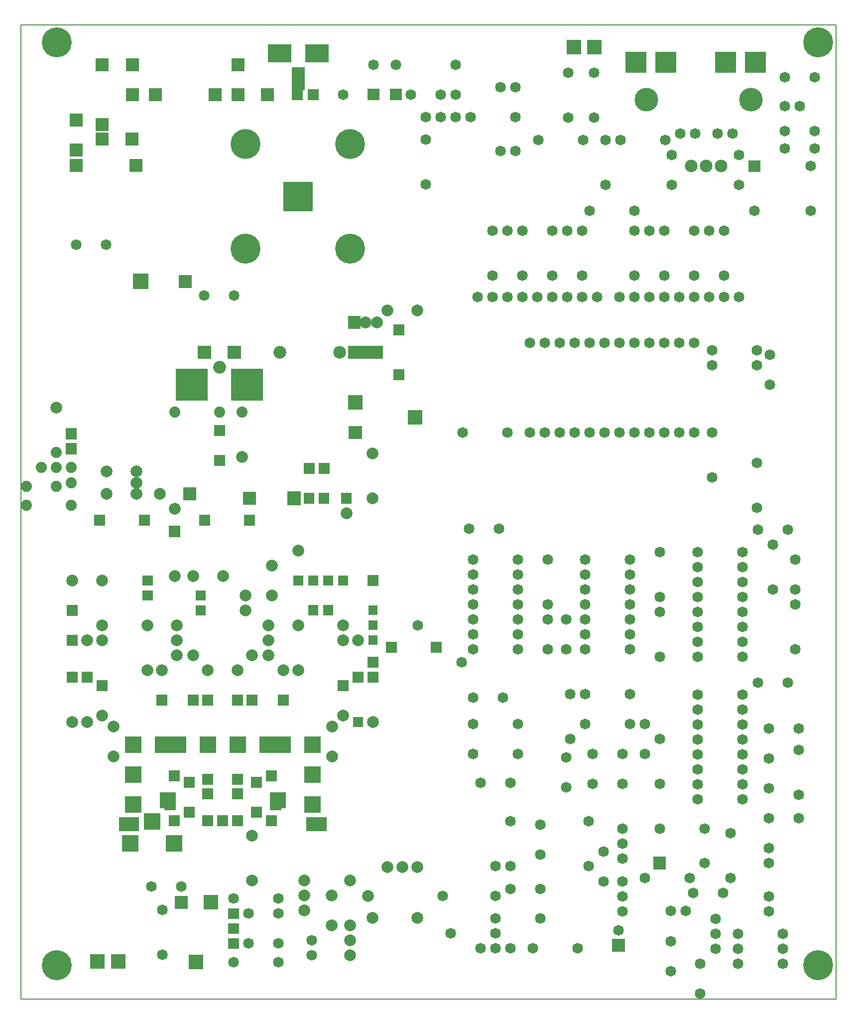
<source format=gbr>
%FSLAX32Y32*%
%MOMM*%
%LNSOLDERMASK2*%
G71*
G01*
%ADD10C, 0.20*%
%ADD11C, 1.82*%
%ADD12C, 1.82*%
%ADD13C, 5.08*%
%ADD14C, 5.10*%
%ADD15C, 5.10*%
%ADD16C, 5.08*%
%ADD17C, 2.18*%
%ADD18C, 2.16*%
%ADD19C, 1.88*%
%ADD20C, 2.00*%
%ADD21C, 2.14*%
%ADD22C, 4.02*%
%ADD23C, 2.00*%
%LPD*%
G54D10*
X0Y16550D02*
X13860Y16550D01*
X13860Y0D01*
X0Y0D01*
X0Y16550D01*
G36*
X2853Y751D02*
X3100Y751D01*
X3100Y504D01*
X2853Y504D01*
X2853Y751D01*
G37*
G36*
X3107Y1767D02*
X3354Y1767D01*
X3354Y1520D01*
X3107Y1520D01*
X3107Y1767D01*
G37*
G36*
X2611Y1755D02*
X2834Y1755D01*
X2834Y1532D01*
X2611Y1532D01*
X2611Y1755D01*
G37*
G36*
X3521Y1544D02*
X3703Y1544D01*
X3703Y1362D01*
X3521Y1362D01*
X3521Y1544D01*
G37*
G36*
X3521Y1290D02*
X3703Y1290D01*
X3703Y1108D01*
X3521Y1108D01*
X3521Y1290D01*
G37*
G36*
X3521Y1036D02*
X3703Y1036D01*
X3703Y854D01*
X3521Y854D01*
X3521Y1036D01*
G37*
X3866Y945D02*
G54D11*
D03*
X3866Y1453D02*
G54D11*
D03*
X2405Y754D02*
G54D11*
D03*
X2405Y1516D02*
G54D11*
D03*
X4374Y945D02*
G54D11*
D03*
X4374Y1453D02*
G54D11*
D03*
X2723Y1913D02*
G54D11*
D03*
X2215Y1913D02*
G54D11*
D03*
X7763Y11930D02*
G54D11*
D03*
X8017Y11930D02*
G54D11*
D03*
X8271Y11930D02*
G54D11*
D03*
X8525Y11930D02*
G54D11*
D03*
X8779Y11930D02*
G54D11*
D03*
X9033Y11930D02*
G54D11*
D03*
X9287Y11930D02*
G54D11*
D03*
X9541Y11930D02*
G54D11*
D03*
X9795Y11930D02*
G54D11*
D03*
X9541Y12296D02*
G54D11*
D03*
X9033Y12296D02*
G54D11*
D03*
X8652Y11152D02*
G54D11*
D03*
X8906Y11152D02*
G54D11*
D03*
X9160Y11152D02*
G54D11*
D03*
X9414Y11152D02*
G54D11*
D03*
X9668Y11152D02*
G54D11*
D03*
X9922Y11152D02*
G54D11*
D03*
X10176Y11152D02*
G54D11*
D03*
X10430Y11152D02*
G54D11*
D03*
X10684Y11152D02*
G54D11*
D03*
X10938Y11152D02*
G54D11*
D03*
X11192Y11152D02*
G54D11*
D03*
X11446Y11152D02*
G54D11*
D03*
X12732Y10946D02*
G54D11*
D03*
X12732Y10438D02*
G54D11*
D03*
X12510Y9105D02*
G54D11*
D03*
X12510Y8343D02*
G54D11*
D03*
X11446Y9628D02*
G54D11*
D03*
X11192Y9628D02*
G54D11*
D03*
X10938Y9628D02*
G54D11*
D03*
X10684Y9628D02*
G54D11*
D03*
X10430Y9628D02*
G54D11*
D03*
X10176Y9628D02*
G54D11*
D03*
X9922Y9628D02*
G54D11*
D03*
X9668Y9628D02*
G54D11*
D03*
X9414Y9628D02*
G54D11*
D03*
X9160Y9628D02*
G54D11*
D03*
X8906Y9628D02*
G54D11*
D03*
X8652Y9628D02*
G54D11*
D03*
X8271Y9628D02*
G54D11*
D03*
X10176Y11930D02*
G54D11*
D03*
X10430Y11930D02*
G54D11*
D03*
X10684Y11930D02*
G54D11*
D03*
X10938Y11930D02*
G54D11*
D03*
X11192Y11930D02*
G54D11*
D03*
X11446Y11930D02*
G54D11*
D03*
X11700Y11930D02*
G54D11*
D03*
X11954Y11930D02*
G54D11*
D03*
X12208Y11930D02*
G54D11*
D03*
X9541Y13058D02*
G54D11*
D03*
X9287Y13058D02*
G54D11*
D03*
X9033Y13058D02*
G54D11*
D03*
X7509Y9628D02*
G54D11*
D03*
X12470Y13391D02*
G54D11*
D03*
G36*
X2175Y15478D02*
X2397Y15478D01*
X2397Y15256D01*
X2175Y15256D01*
X2175Y15478D01*
G37*
G36*
X3191Y15478D02*
X3413Y15478D01*
X3413Y15256D01*
X3191Y15256D01*
X3191Y15478D01*
G37*
G36*
X1786Y15478D02*
X2008Y15478D01*
X2008Y15256D01*
X1786Y15256D01*
X1786Y15478D01*
G37*
G36*
X1786Y15986D02*
X2008Y15986D01*
X2008Y15764D01*
X1786Y15764D01*
X1786Y15986D01*
G37*
G36*
X3580Y15478D02*
X3802Y15478D01*
X3802Y15256D01*
X3580Y15256D01*
X3580Y15478D01*
G37*
G36*
X3580Y15986D02*
X3802Y15986D01*
X3802Y15764D01*
X3580Y15764D01*
X3580Y15986D01*
G37*
G36*
X1270Y15986D02*
X1492Y15986D01*
X1492Y15764D01*
X1270Y15764D01*
X1270Y15986D01*
G37*
G36*
X1270Y14970D02*
X1492Y14970D01*
X1492Y14748D01*
X1270Y14748D01*
X1270Y14970D01*
G37*
G36*
X4080Y15478D02*
X4302Y15478D01*
X4302Y15256D01*
X4080Y15256D01*
X4080Y15478D01*
G37*
G36*
X1270Y14724D02*
X1492Y14724D01*
X1492Y14502D01*
X1270Y14502D01*
X1270Y14724D01*
G37*
G36*
X1778Y14724D02*
X2000Y14724D01*
X2000Y14502D01*
X1778Y14502D01*
X1778Y14724D01*
G37*
G36*
X4606Y15461D02*
X4792Y15461D01*
X4792Y15274D01*
X4606Y15274D01*
X4606Y15461D01*
G37*
G36*
X4875Y15461D02*
X5062Y15461D01*
X5062Y15274D01*
X4875Y15274D01*
X4875Y15461D01*
G37*
X5477Y15367D02*
G54D11*
D03*
X8795Y14597D02*
G54D11*
D03*
X8406Y14407D02*
G54D12*
D03*
X8152Y14407D02*
G54D12*
D03*
X8406Y14986D02*
G54D11*
D03*
X8406Y15494D02*
G54D12*
D03*
X8152Y15494D02*
G54D12*
D03*
X7644Y14986D02*
G54D11*
D03*
X7390Y14986D02*
G54D11*
D03*
X7390Y15367D02*
G54D11*
D03*
X7390Y15875D02*
G54D11*
D03*
X7136Y15367D02*
G54D11*
D03*
X7136Y14986D02*
G54D11*
D03*
X6882Y14986D02*
G54D11*
D03*
X6882Y14605D02*
G54D11*
D03*
X6882Y13843D02*
G54D11*
D03*
X6628Y15367D02*
G54D11*
D03*
X6374Y15875D02*
G54D11*
D03*
X5993Y15875D02*
G54D11*
D03*
G36*
X6275Y15466D02*
X6472Y15466D01*
X6472Y15269D01*
X6275Y15269D01*
X6275Y15466D01*
G37*
G36*
X5894Y15466D02*
X6091Y15466D01*
X6091Y15269D01*
X5894Y15269D01*
X5894Y15466D01*
G37*
G36*
X1842Y14272D02*
X2064Y14272D01*
X2064Y14050D01*
X1842Y14050D01*
X1842Y14272D01*
G37*
G36*
X826Y14272D02*
X1048Y14272D01*
X1048Y14050D01*
X826Y14050D01*
X826Y14272D01*
G37*
G36*
X826Y14534D02*
X1048Y14534D01*
X1048Y14312D01*
X826Y14312D01*
X826Y14534D01*
G37*
G36*
X826Y15042D02*
X1048Y15042D01*
X1048Y14820D01*
X826Y14820D01*
X826Y15042D01*
G37*
G36*
X2683Y12303D02*
X2905Y12303D01*
X2905Y12081D01*
X2683Y12081D01*
X2683Y12303D01*
G37*
G36*
X1902Y12323D02*
X2162Y12323D01*
X2162Y12062D01*
X1902Y12062D01*
X1902Y12323D01*
G37*
G36*
X4458Y13886D02*
X4956Y13886D01*
X4956Y13388D01*
X4458Y13388D01*
X4458Y13886D01*
G37*
X611Y16256D02*
G54D13*
D03*
X13557Y16256D02*
G54D14*
D03*
X3818Y12748D02*
G54D15*
D03*
X5596Y12748D02*
G54D16*
D03*
X3818Y14526D02*
G54D16*
D03*
X5596Y14526D02*
G54D16*
D03*
X4397Y10986D02*
G54D17*
D03*
X5413Y10986D02*
G54D18*
D03*
X3620Y11954D02*
G54D11*
D03*
X3112Y11954D02*
G54D11*
D03*
X3754Y9970D02*
G54D19*
D03*
G36*
X3280Y9754D02*
X3467Y9754D01*
X3467Y9567D01*
X3280Y9567D01*
X3280Y9754D01*
G37*
X603Y10049D02*
G54D20*
D03*
X603Y9287D02*
G54D19*
D03*
X603Y9033D02*
G54D19*
D03*
X857Y9033D02*
G54D19*
D03*
X349Y9033D02*
G54D19*
D03*
G36*
X764Y9444D02*
X951Y9444D01*
X951Y9257D01*
X764Y9257D01*
X764Y9444D01*
G37*
G36*
X764Y9698D02*
X951Y9698D01*
X951Y9511D01*
X764Y9511D01*
X764Y9698D01*
G37*
X857Y8771D02*
G54D19*
D03*
X95Y8708D02*
G54D19*
D03*
X603Y8708D02*
G54D19*
D03*
X95Y8390D02*
G54D19*
D03*
X857Y8390D02*
G54D19*
D03*
X5977Y9271D02*
G54D20*
D03*
X5977Y8509D02*
G54D20*
D03*
G36*
X6328Y10698D02*
X6515Y10698D01*
X6515Y10511D01*
X6328Y10511D01*
X6328Y10698D01*
G37*
G36*
X6328Y11460D02*
X6515Y11460D01*
X6515Y11273D01*
X6328Y11273D01*
X6328Y11460D01*
G37*
X6739Y11700D02*
G54D20*
D03*
X6231Y11700D02*
G54D20*
D03*
G36*
X5557Y11604D02*
X5777Y11604D01*
X5777Y11384D01*
X5557Y11384D01*
X5557Y11604D01*
G37*
G36*
X5557Y11096D02*
X5777Y11096D01*
X5777Y10876D01*
X5557Y10876D01*
X5557Y11096D01*
G37*
G36*
X5748Y11096D02*
X5968Y11096D01*
X5968Y10876D01*
X5748Y10876D01*
X5748Y11096D01*
G37*
G36*
X5938Y11096D02*
X6158Y11096D01*
X6158Y10876D01*
X5938Y10876D01*
X5938Y11096D01*
G37*
X6048Y11494D02*
G54D20*
D03*
X5858Y11494D02*
G54D20*
D03*
G36*
X3280Y9246D02*
X3467Y9246D01*
X3467Y9059D01*
X3280Y9059D01*
X3280Y9246D01*
G37*
G36*
X4804Y9111D02*
X4991Y9111D01*
X4991Y8924D01*
X4804Y8924D01*
X4804Y9111D01*
G37*
G36*
X5058Y9111D02*
X5245Y9111D01*
X5245Y8924D01*
X5058Y8924D01*
X5058Y9111D01*
G37*
G36*
X5060Y8600D02*
X5242Y8600D01*
X5242Y8418D01*
X5060Y8418D01*
X5060Y8600D01*
G37*
G36*
X4806Y8600D02*
X4988Y8600D01*
X4988Y8418D01*
X4806Y8418D01*
X4806Y8600D01*
G37*
G36*
X5441Y8600D02*
X5623Y8600D01*
X5623Y8418D01*
X5441Y8418D01*
X5441Y8600D01*
G37*
G36*
X3788Y8230D02*
X3975Y8230D01*
X3975Y8043D01*
X3788Y8043D01*
X3788Y8230D01*
G37*
G36*
X3026Y8230D02*
X3213Y8230D01*
X3213Y8043D01*
X3026Y8043D01*
X3026Y8230D01*
G37*
G36*
X2002Y8230D02*
X2189Y8230D01*
X2189Y8043D01*
X2002Y8043D01*
X2002Y8230D01*
G37*
G36*
X2512Y8045D02*
X2711Y8045D01*
X2711Y7846D01*
X2512Y7846D01*
X2512Y8045D01*
G37*
G36*
X3771Y8620D02*
X3992Y8620D01*
X3992Y8399D01*
X3771Y8399D01*
X3771Y8620D01*
G37*
G36*
X4527Y8625D02*
X4759Y8625D01*
X4759Y8393D01*
X4527Y8393D01*
X4527Y8625D01*
G37*
X2611Y8327D02*
G54D20*
D03*
X1961Y8581D02*
G54D20*
D03*
X1961Y8771D02*
G54D20*
D03*
X1961Y8962D02*
G54D20*
D03*
X2357Y8581D02*
G54D20*
D03*
X1453Y8581D02*
G54D20*
D03*
X1453Y8962D02*
G54D20*
D03*
G36*
X1240Y8230D02*
X1427Y8230D01*
X1427Y8043D01*
X1240Y8043D01*
X1240Y8230D01*
G37*
X3754Y9208D02*
G54D20*
D03*
X4715Y7620D02*
G54D20*
D03*
X5532Y8255D02*
G54D20*
D03*
G36*
X2755Y8691D02*
X2976Y8691D01*
X2976Y8470D01*
X2755Y8470D01*
X2755Y8691D01*
G37*
G36*
X4630Y7197D02*
X4800Y7197D01*
X4800Y7027D01*
X4630Y7027D01*
X4630Y7197D01*
G37*
G36*
X4884Y7197D02*
X5054Y7197D01*
X5054Y7027D01*
X4884Y7027D01*
X4884Y7197D01*
G37*
G36*
X5138Y7197D02*
X5308Y7197D01*
X5308Y7027D01*
X5138Y7027D01*
X5138Y7197D01*
G37*
G36*
X5392Y7197D02*
X5562Y7197D01*
X5562Y7027D01*
X5392Y7027D01*
X5392Y7197D01*
G37*
G36*
X5891Y7206D02*
X6078Y7206D01*
X6078Y7019D01*
X5891Y7019D01*
X5891Y7206D01*
G37*
G36*
X5905Y6684D02*
X6064Y6684D01*
X6064Y6525D01*
X5905Y6525D01*
X5905Y6684D01*
G37*
G36*
X5905Y6430D02*
X6064Y6430D01*
X6064Y6271D01*
X5905Y6271D01*
X5905Y6430D01*
G37*
G36*
X5905Y6176D02*
X6064Y6176D01*
X6064Y6017D01*
X5905Y6017D01*
X5905Y6176D01*
G37*
G36*
X5891Y5817D02*
X6078Y5817D01*
X6078Y5630D01*
X5891Y5630D01*
X5891Y5817D01*
G37*
G36*
X5891Y5563D02*
X6078Y5563D01*
X6078Y5376D01*
X5891Y5376D01*
X5891Y5563D01*
G37*
G36*
X5637Y5563D02*
X5824Y5563D01*
X5824Y5376D01*
X5637Y5376D01*
X5637Y5563D01*
G37*
G36*
X5383Y5420D02*
X5570Y5420D01*
X5570Y5233D01*
X5383Y5233D01*
X5383Y5420D01*
G37*
G36*
X6201Y6071D02*
X6388Y6071D01*
X6388Y5884D01*
X6201Y5884D01*
X6201Y6071D01*
G37*
G36*
X6963Y6071D02*
X7150Y6071D01*
X7150Y5884D01*
X6963Y5884D01*
X6963Y6071D01*
G37*
G36*
X5135Y6692D02*
X5310Y6692D01*
X5310Y6517D01*
X5135Y6517D01*
X5135Y6692D01*
G37*
G36*
X4881Y6692D02*
X5056Y6692D01*
X5056Y6517D01*
X4881Y6517D01*
X4881Y6692D01*
G37*
G36*
X2969Y6945D02*
X3142Y6945D01*
X3142Y6772D01*
X2969Y6772D01*
X2969Y6945D01*
G37*
G36*
X2969Y6691D02*
X3142Y6691D01*
X3142Y6518D01*
X2969Y6518D01*
X2969Y6691D01*
G37*
G36*
X2065Y6945D02*
X2238Y6945D01*
X2238Y6772D01*
X2065Y6772D01*
X2065Y6945D01*
G37*
G36*
X2065Y7199D02*
X2238Y7199D01*
X2238Y7026D01*
X2065Y7026D01*
X2065Y7199D01*
G37*
G36*
X780Y6698D02*
X967Y6698D01*
X967Y6511D01*
X780Y6511D01*
X780Y6698D01*
G37*
G36*
X780Y6190D02*
X967Y6190D01*
X967Y6003D01*
X780Y6003D01*
X780Y6190D01*
G37*
G36*
X780Y5563D02*
X967Y5563D01*
X967Y5376D01*
X780Y5376D01*
X780Y5563D01*
G37*
G36*
X1034Y5563D02*
X1221Y5563D01*
X1221Y5376D01*
X1034Y5376D01*
X1034Y5563D01*
G37*
G36*
X1288Y5420D02*
X1475Y5420D01*
X1475Y5233D01*
X1288Y5233D01*
X1288Y5420D01*
G37*
G36*
X2304Y5174D02*
X2491Y5174D01*
X2491Y4987D01*
X2304Y4987D01*
X2304Y5174D01*
G37*
G36*
X2835Y5174D02*
X3022Y5174D01*
X3022Y4987D01*
X2835Y4987D01*
X2835Y5174D01*
G37*
G36*
X3082Y5174D02*
X3268Y5174D01*
X3268Y4987D01*
X3082Y4987D01*
X3082Y5174D01*
G37*
G36*
X3590Y5174D02*
X3776Y5174D01*
X3776Y4987D01*
X3590Y4987D01*
X3590Y5174D01*
G37*
G36*
X3836Y5174D02*
X4023Y5174D01*
X4023Y4987D01*
X3836Y4987D01*
X3836Y5174D01*
G37*
G36*
X4367Y5174D02*
X4554Y5174D01*
X4554Y4987D01*
X4367Y4987D01*
X4367Y5174D01*
G37*
G36*
X5646Y4792D02*
X5816Y4792D01*
X5816Y4622D01*
X5646Y4622D01*
X5646Y4792D01*
G37*
X4262Y7366D02*
G54D20*
D03*
X4262Y6858D02*
G54D20*
D03*
X3818Y6858D02*
G54D20*
D03*
X3818Y6604D02*
G54D20*
D03*
X3437Y7184D02*
G54D20*
D03*
X2929Y7184D02*
G54D20*
D03*
X2611Y7184D02*
G54D20*
D03*
X2651Y6350D02*
G54D20*
D03*
X2151Y6350D02*
G54D20*
D03*
X2651Y6096D02*
G54D20*
D03*
X2651Y5842D02*
G54D20*
D03*
X2397Y5588D02*
G54D20*
D03*
X2151Y5588D02*
G54D20*
D03*
X2929Y5842D02*
G54D20*
D03*
X3175Y5588D02*
G54D20*
D03*
X3683Y5588D02*
G54D20*
D03*
X3929Y5842D02*
G54D20*
D03*
X4207Y6096D02*
G54D20*
D03*
X4207Y6350D02*
G54D20*
D03*
X4715Y6350D02*
G54D20*
D03*
X4715Y5588D02*
G54D20*
D03*
X4461Y5588D02*
G54D20*
D03*
X4207Y5842D02*
G54D20*
D03*
X5477Y6096D02*
G54D20*
D03*
X5731Y6096D02*
G54D20*
D03*
X5477Y6350D02*
G54D20*
D03*
X6747Y6350D02*
G54D11*
D03*
X873Y7112D02*
G54D20*
D03*
X1381Y7112D02*
G54D20*
D03*
X1381Y6350D02*
G54D20*
D03*
X1381Y6096D02*
G54D20*
D03*
X1127Y6096D02*
G54D20*
D03*
X1127Y4707D02*
G54D20*
D03*
X873Y4707D02*
G54D20*
D03*
X5985Y4707D02*
G54D20*
D03*
X5477Y4818D02*
G54D20*
D03*
X5286Y4628D02*
G54D20*
D03*
X5286Y4120D02*
G54D20*
D03*
X1572Y4120D02*
G54D20*
D03*
X1572Y4628D02*
G54D20*
D03*
X1381Y4818D02*
G54D20*
D03*
X6739Y1381D02*
G54D20*
D03*
G36*
X1766Y4457D02*
X2044Y4457D01*
X2044Y4180D01*
X1766Y4180D01*
X1766Y4457D01*
G37*
G36*
X2274Y4457D02*
X2552Y4457D01*
X2552Y4180D01*
X2274Y4180D01*
X2274Y4457D01*
G37*
G36*
X2528Y4457D02*
X2806Y4457D01*
X2806Y4180D01*
X2528Y4180D01*
X2528Y4457D01*
G37*
G36*
X1766Y3949D02*
X2044Y3949D01*
X2044Y3672D01*
X1766Y3672D01*
X1766Y3949D01*
G37*
G36*
X1766Y3441D02*
X2044Y3441D01*
X2044Y3164D01*
X1766Y3164D01*
X1766Y3441D01*
G37*
G36*
X3036Y4457D02*
X3314Y4457D01*
X3314Y4180D01*
X3036Y4180D01*
X3036Y4457D01*
G37*
G36*
X3544Y4457D02*
X3822Y4457D01*
X3822Y4180D01*
X3544Y4180D01*
X3544Y4457D01*
G37*
G36*
X4052Y4457D02*
X4330Y4457D01*
X4330Y4180D01*
X4052Y4180D01*
X4052Y4457D01*
G37*
G36*
X4306Y4457D02*
X4584Y4457D01*
X4584Y4180D01*
X4306Y4180D01*
X4306Y4457D01*
G37*
G36*
X4814Y4457D02*
X5092Y4457D01*
X5092Y4180D01*
X4814Y4180D01*
X4814Y4457D01*
G37*
G36*
X4814Y3949D02*
X5092Y3949D01*
X5092Y3672D01*
X4814Y3672D01*
X4814Y3949D01*
G37*
G36*
X4814Y3441D02*
X5092Y3441D01*
X5092Y3164D01*
X4814Y3164D01*
X4814Y3441D01*
G37*
G36*
X2764Y3777D02*
X2951Y3777D01*
X2951Y3590D01*
X2764Y3590D01*
X2764Y3777D01*
G37*
G36*
X2510Y3888D02*
X2697Y3888D01*
X2697Y3701D01*
X2510Y3701D01*
X2510Y3888D01*
G37*
G36*
X3082Y3824D02*
X3268Y3824D01*
X3268Y3637D01*
X3082Y3637D01*
X3082Y3824D01*
G37*
G36*
X3082Y3578D02*
X3268Y3578D01*
X3268Y3391D01*
X3082Y3391D01*
X3082Y3578D01*
G37*
G36*
X3590Y3824D02*
X3776Y3824D01*
X3776Y3637D01*
X3590Y3637D01*
X3590Y3824D01*
G37*
G36*
X3590Y3578D02*
X3776Y3578D01*
X3776Y3391D01*
X3590Y3391D01*
X3590Y3578D01*
G37*
G36*
X3907Y3777D02*
X4094Y3777D01*
X4094Y3590D01*
X3907Y3590D01*
X3907Y3777D01*
G37*
G36*
X4161Y3888D02*
X4348Y3888D01*
X4348Y3701D01*
X4161Y3701D01*
X4161Y3888D01*
G37*
G36*
X2764Y3269D02*
X2951Y3269D01*
X2951Y3082D01*
X2764Y3082D01*
X2764Y3269D01*
G37*
G36*
X2510Y3126D02*
X2697Y3126D01*
X2697Y2939D01*
X2510Y2939D01*
X2510Y3126D01*
G37*
G36*
X4161Y3126D02*
X4348Y3126D01*
X4348Y2939D01*
X4161Y2939D01*
X4161Y3126D01*
G37*
G36*
X3907Y3269D02*
X4094Y3269D01*
X4094Y3082D01*
X3907Y3082D01*
X3907Y3269D01*
G37*
G36*
X4229Y3510D02*
X4423Y3510D01*
X4423Y3205D01*
X4229Y3205D01*
X4229Y3510D01*
G37*
G36*
X4421Y3510D02*
X4500Y3510D01*
X4500Y3238D01*
X4421Y3238D01*
X4421Y3510D01*
G37*
G36*
X2628Y3205D02*
X2434Y3205D01*
X2434Y3510D01*
X2628Y3510D01*
X2628Y3205D01*
G37*
G36*
X2436Y3238D02*
X2357Y3238D01*
X2357Y3510D01*
X2436Y3510D01*
X2436Y3238D01*
G37*
G36*
X3082Y3126D02*
X3268Y3126D01*
X3268Y2939D01*
X3082Y2939D01*
X3082Y3126D01*
G37*
G36*
X3590Y3126D02*
X3776Y3126D01*
X3776Y2939D01*
X3590Y2939D01*
X3590Y3126D01*
G37*
G36*
X3336Y3126D02*
X3522Y3126D01*
X3522Y2939D01*
X3336Y2939D01*
X3336Y3126D01*
G37*
G36*
X4854Y3089D02*
X5194Y3089D01*
X5194Y2849D01*
X4854Y2849D01*
X4854Y3089D01*
G37*
G36*
X1664Y3089D02*
X2004Y3089D01*
X2004Y2849D01*
X1664Y2849D01*
X1664Y3089D01*
G37*
G36*
X2465Y2782D02*
X2742Y2782D01*
X2742Y2505D01*
X2465Y2505D01*
X2465Y2782D01*
G37*
G36*
X1719Y2782D02*
X1996Y2782D01*
X1996Y2505D01*
X1719Y2505D01*
X1719Y2782D01*
G37*
G36*
X2092Y3155D02*
X2369Y3155D01*
X2369Y2878D01*
X2092Y2878D01*
X2092Y3155D01*
G37*
X3929Y2778D02*
G54D20*
D03*
X3929Y2016D02*
G54D20*
D03*
X4818Y2016D02*
G54D20*
D03*
X5596Y2016D02*
G54D20*
D03*
X4818Y1762D02*
G54D20*
D03*
X4818Y1508D02*
G54D20*
D03*
X5278Y1762D02*
G54D20*
D03*
X5898Y1754D02*
G54D20*
D03*
X5278Y1254D02*
G54D20*
D03*
X5596Y1254D02*
G54D20*
D03*
X5596Y1000D02*
G54D20*
D03*
X5977Y1381D02*
G54D20*
D03*
X4945Y1000D02*
G54D11*
D03*
X4945Y746D02*
G54D11*
D03*
X5596Y746D02*
G54D20*
D03*
X4374Y1707D02*
G54D11*
D03*
X3612Y1707D02*
G54D11*
D03*
G36*
X1528Y759D02*
X1774Y759D01*
X1774Y512D01*
X1528Y512D01*
X1528Y759D01*
G37*
G36*
X1178Y759D02*
X1425Y759D01*
X1425Y512D01*
X1178Y512D01*
X1178Y759D01*
G37*
X611Y572D02*
G54D14*
D03*
X9938Y13835D02*
G54D11*
D03*
X11065Y13835D02*
G54D11*
D03*
X12208Y13835D02*
G54D11*
D03*
X11065Y14343D02*
G54D11*
D03*
X12208Y14343D02*
G54D11*
D03*
X11398Y14153D02*
G54D21*
D03*
X11906Y14153D02*
G54D21*
D03*
X11652Y14153D02*
G54D21*
D03*
X7684Y6200D02*
G54D11*
D03*
X7684Y5946D02*
G54D11*
D03*
X7684Y6454D02*
G54D11*
D03*
X7684Y6708D02*
G54D11*
D03*
X7684Y6962D02*
G54D11*
D03*
X7684Y7216D02*
G54D11*
D03*
X7684Y7470D02*
G54D11*
D03*
X8446Y6200D02*
G54D11*
D03*
X8446Y5946D02*
G54D11*
D03*
X8446Y6454D02*
G54D11*
D03*
X8446Y6708D02*
G54D11*
D03*
X8446Y6962D02*
G54D11*
D03*
X8446Y7216D02*
G54D11*
D03*
X8446Y7470D02*
G54D11*
D03*
X9588Y6200D02*
G54D11*
D03*
X9588Y5946D02*
G54D11*
D03*
X9588Y6454D02*
G54D11*
D03*
X9588Y6708D02*
G54D11*
D03*
X9588Y6962D02*
G54D11*
D03*
X9588Y7216D02*
G54D11*
D03*
X9588Y7470D02*
G54D11*
D03*
X10350Y6200D02*
G54D11*
D03*
X10350Y5946D02*
G54D11*
D03*
X10350Y6454D02*
G54D11*
D03*
X10350Y6708D02*
G54D11*
D03*
X10350Y6962D02*
G54D11*
D03*
X10350Y7216D02*
G54D11*
D03*
X10350Y7470D02*
G54D11*
D03*
X11501Y6326D02*
G54D11*
D03*
X11501Y6072D02*
G54D11*
D03*
X11501Y6580D02*
G54D11*
D03*
X11501Y6834D02*
G54D11*
D03*
X11501Y7088D02*
G54D11*
D03*
X11501Y7342D02*
G54D11*
D03*
X11501Y7596D02*
G54D11*
D03*
X12263Y6326D02*
G54D11*
D03*
X12263Y6072D02*
G54D11*
D03*
X12263Y6580D02*
G54D11*
D03*
X12263Y6834D02*
G54D11*
D03*
X12263Y7088D02*
G54D11*
D03*
X12263Y7342D02*
G54D11*
D03*
X12263Y7596D02*
G54D11*
D03*
X11501Y5818D02*
G54D11*
D03*
X12263Y5818D02*
G54D11*
D03*
X11501Y3898D02*
G54D11*
D03*
X11501Y3644D02*
G54D11*
D03*
X11501Y4152D02*
G54D11*
D03*
X11501Y4406D02*
G54D11*
D03*
X11501Y4660D02*
G54D11*
D03*
X11501Y4914D02*
G54D11*
D03*
X11501Y5168D02*
G54D11*
D03*
X12263Y3898D02*
G54D11*
D03*
X12263Y3644D02*
G54D11*
D03*
X12263Y4152D02*
G54D11*
D03*
X12263Y4406D02*
G54D11*
D03*
X12263Y4660D02*
G54D11*
D03*
X12263Y4914D02*
G54D11*
D03*
X12263Y5168D02*
G54D11*
D03*
X11501Y3390D02*
G54D11*
D03*
X12263Y3390D02*
G54D11*
D03*
X10858Y7596D02*
G54D11*
D03*
X10858Y6834D02*
G54D11*
D03*
X10858Y6580D02*
G54D11*
D03*
X10858Y5818D02*
G54D11*
D03*
X9271Y5946D02*
G54D11*
D03*
X8954Y5946D02*
G54D11*
D03*
X9271Y6454D02*
G54D11*
D03*
X8954Y6454D02*
G54D11*
D03*
X8954Y6708D02*
G54D11*
D03*
X8954Y7470D02*
G54D11*
D03*
X10350Y5184D02*
G54D11*
D03*
X9588Y5184D02*
G54D11*
D03*
X9334Y5184D02*
G54D11*
D03*
X8192Y5120D02*
G54D11*
D03*
X7684Y5120D02*
G54D11*
D03*
X7684Y4676D02*
G54D11*
D03*
X8446Y4676D02*
G54D11*
D03*
X7684Y4168D02*
G54D11*
D03*
X8446Y4168D02*
G54D11*
D03*
X7493Y5723D02*
G54D11*
D03*
X8318Y3675D02*
G54D11*
D03*
X7810Y3675D02*
G54D11*
D03*
X8318Y3024D02*
G54D11*
D03*
X8318Y2262D02*
G54D11*
D03*
X8064Y2262D02*
G54D11*
D03*
X7168Y1754D02*
G54D11*
D03*
X8064Y1754D02*
G54D11*
D03*
X8318Y1866D02*
G54D11*
D03*
X8826Y1866D02*
G54D11*
D03*
X8826Y2453D02*
G54D11*
D03*
X8826Y2961D02*
G54D11*
D03*
X8064Y1374D02*
G54D11*
D03*
X8064Y1120D02*
G54D11*
D03*
X8064Y866D02*
G54D11*
D03*
X8318Y866D02*
G54D11*
D03*
X7810Y866D02*
G54D11*
D03*
X8700Y866D02*
G54D11*
D03*
X9462Y866D02*
G54D11*
D03*
X8826Y1374D02*
G54D11*
D03*
X7302Y1120D02*
G54D11*
D03*
X9588Y4676D02*
G54D11*
D03*
X9334Y4422D02*
G54D11*
D03*
X9271Y4104D02*
G54D11*
D03*
X9271Y3596D02*
G54D11*
D03*
X9716Y4168D02*
G54D11*
D03*
X9716Y3660D02*
G54D11*
D03*
X10224Y3660D02*
G54D11*
D03*
X10858Y3660D02*
G54D11*
D03*
X10224Y4168D02*
G54D11*
D03*
X10604Y4168D02*
G54D11*
D03*
X10858Y4422D02*
G54D11*
D03*
X10350Y4676D02*
G54D11*
D03*
X10604Y4676D02*
G54D11*
D03*
X13033Y7978D02*
G54D11*
D03*
X12525Y7978D02*
G54D11*
D03*
X12779Y7724D02*
G54D11*
D03*
X12779Y6962D02*
G54D11*
D03*
X13160Y7470D02*
G54D11*
D03*
X13160Y6962D02*
G54D11*
D03*
X13160Y6708D02*
G54D11*
D03*
X13160Y5946D02*
G54D11*
D03*
X12525Y5374D02*
G54D11*
D03*
X13033Y5374D02*
G54D11*
D03*
X12716Y4596D02*
G54D11*
D03*
X13224Y4596D02*
G54D11*
D03*
X13224Y4231D02*
G54D11*
D03*
X12716Y4088D02*
G54D11*
D03*
X12716Y3580D02*
G54D11*
D03*
X13224Y3469D02*
G54D11*
D03*
X13224Y3072D02*
G54D11*
D03*
X12716Y3072D02*
G54D11*
D03*
X12716Y2564D02*
G54D12*
D03*
X12716Y2310D02*
G54D12*
D03*
X12065Y2818D02*
G54D11*
D03*
X11620Y2898D02*
G54D11*
D03*
X11620Y2310D02*
G54D11*
D03*
X12065Y2056D02*
G54D11*
D03*
X12716Y1739D02*
G54D12*
D03*
X12716Y1485D02*
G54D12*
D03*
X11366Y2056D02*
G54D11*
D03*
X11938Y1802D02*
G54D11*
D03*
X11430Y1802D02*
G54D11*
D03*
X10858Y2898D02*
G54D11*
D03*
G36*
X10750Y2419D02*
X10967Y2419D01*
X10967Y2202D01*
X10750Y2202D01*
X10750Y2419D01*
G37*
G36*
X10052Y1022D02*
X10268Y1022D01*
X10268Y805D01*
X10052Y805D01*
X10052Y1022D01*
G37*
X10160Y1167D02*
G54D11*
D03*
X10224Y1485D02*
G54D11*
D03*
X10224Y1739D02*
G54D11*
D03*
X10224Y1993D02*
G54D11*
D03*
X9906Y1993D02*
G54D11*
D03*
X10604Y2056D02*
G54D11*
D03*
X10224Y2390D02*
G54D11*
D03*
X10224Y2644D02*
G54D11*
D03*
X10224Y2898D02*
G54D11*
D03*
X9652Y3024D02*
G54D11*
D03*
X9652Y2262D02*
G54D11*
D03*
X9906Y2501D02*
G54D11*
D03*
X7620Y7993D02*
G54D11*
D03*
X8128Y7993D02*
G54D11*
D03*
X11303Y1500D02*
G54D11*
D03*
X11049Y1500D02*
G54D11*
D03*
X11049Y977D02*
G54D11*
D03*
X11049Y469D02*
G54D11*
D03*
X11811Y1104D02*
G54D11*
D03*
X11811Y850D02*
G54D11*
D03*
X11811Y1358D02*
G54D11*
D03*
X12192Y1104D02*
G54D11*
D03*
X12192Y850D02*
G54D11*
D03*
X12192Y596D02*
G54D11*
D03*
X11549Y596D02*
G54D11*
D03*
X11549Y88D02*
G54D11*
D03*
X12954Y1104D02*
G54D11*
D03*
X12954Y850D02*
G54D11*
D03*
X12954Y596D02*
G54D11*
D03*
X13557Y572D02*
G54D14*
D03*
X13430Y13391D02*
G54D11*
D03*
G36*
X12371Y14251D02*
X12568Y14251D01*
X12568Y14054D01*
X12371Y14054D01*
X12371Y14251D01*
G37*
X13430Y14153D02*
G54D11*
D03*
X12986Y14454D02*
G54D11*
D03*
X13494Y14454D02*
G54D11*
D03*
X12986Y14748D02*
G54D11*
D03*
X13494Y14748D02*
G54D11*
D03*
X12986Y15169D02*
G54D11*
D03*
X13240Y15169D02*
G54D11*
D03*
X12986Y15661D02*
G54D11*
D03*
X13494Y15661D02*
G54D11*
D03*
X12097Y14708D02*
G54D11*
D03*
X11843Y14708D02*
G54D11*
D03*
X11462Y14708D02*
G54D11*
D03*
X11208Y14708D02*
G54D11*
D03*
X10954Y14597D02*
G54D11*
D03*
X10192Y14597D02*
G54D11*
D03*
X9938Y14597D02*
G54D11*
D03*
X9557Y14597D02*
G54D11*
D03*
X9747Y14978D02*
G54D11*
D03*
X9303Y14978D02*
G54D11*
D03*
X9303Y15740D02*
G54D11*
D03*
X9747Y15740D02*
G54D11*
D03*
X10636Y15280D02*
G54D22*
D03*
X12414Y15280D02*
G54D22*
D03*
G36*
X10782Y16095D02*
X11142Y16095D01*
X11142Y15735D01*
X10782Y15735D01*
X10782Y16095D01*
G37*
G36*
X10274Y16095D02*
X10634Y16095D01*
X10634Y15735D01*
X10274Y15735D01*
X10274Y16095D01*
G37*
G36*
X12306Y16095D02*
X12666Y16095D01*
X12666Y15735D01*
X12306Y15735D01*
X12306Y16095D01*
G37*
G36*
X11798Y16095D02*
X12158Y16095D01*
X12158Y15735D01*
X11798Y15735D01*
X11798Y16095D01*
G37*
G36*
X9624Y16300D02*
X9871Y16300D01*
X9871Y16053D01*
X9624Y16053D01*
X9624Y16300D01*
G37*
G36*
X9274Y16300D02*
X9522Y16300D01*
X9522Y16053D01*
X9274Y16053D01*
X9274Y16300D01*
G37*
X1445Y12819D02*
G54D11*
D03*
X937Y12819D02*
G54D11*
D03*
X6739Y2239D02*
G54D23*
D03*
X6485Y2239D02*
G54D23*
D03*
X6231Y2239D02*
G54D23*
D03*
X8525Y12296D02*
G54D11*
D03*
X8017Y12296D02*
G54D11*
D03*
X8525Y13058D02*
G54D11*
D03*
X8271Y13058D02*
G54D11*
D03*
X8017Y13058D02*
G54D11*
D03*
X10938Y12296D02*
G54D11*
D03*
X10430Y12296D02*
G54D11*
D03*
X10938Y13058D02*
G54D11*
D03*
X10684Y13058D02*
G54D11*
D03*
X10430Y13058D02*
G54D11*
D03*
X10430Y13391D02*
G54D11*
D03*
X9668Y13391D02*
G54D11*
D03*
X12510Y10772D02*
G54D11*
D03*
X11748Y10772D02*
G54D11*
D03*
X12510Y11026D02*
G54D11*
D03*
X11748Y11026D02*
G54D11*
D03*
X11748Y9628D02*
G54D11*
D03*
X11748Y8866D02*
G54D11*
D03*
X11954Y12296D02*
G54D11*
D03*
X11446Y12296D02*
G54D11*
D03*
X11954Y13058D02*
G54D11*
D03*
X11700Y13058D02*
G54D11*
D03*
X11446Y13058D02*
G54D11*
D03*
G36*
X4602Y15829D02*
X4828Y15829D01*
X4828Y15446D01*
X4602Y15446D01*
X4602Y15829D01*
G37*
G36*
X4196Y16217D02*
X4598Y16217D01*
X4598Y15914D01*
X4196Y15914D01*
X4196Y16217D01*
G37*
G36*
X6576Y9757D02*
X6576Y10004D01*
X6823Y10004D01*
X6823Y9757D01*
X6576Y9757D01*
G37*
G36*
X5560Y10011D02*
X5560Y10258D01*
X5807Y10258D01*
X5807Y10011D01*
X5560Y10011D01*
G37*
G36*
X5572Y9515D02*
X5572Y9738D01*
X5795Y9738D01*
X5795Y9515D01*
X5572Y9515D01*
G37*
G36*
X4831Y16217D02*
X5233Y16217D01*
X5233Y15914D01*
X4831Y15914D01*
X4831Y16217D01*
G37*
X3373Y10732D02*
G54D17*
D03*
G36*
X3008Y11097D02*
X3230Y11097D01*
X3230Y10875D01*
X3008Y10875D01*
X3008Y11097D01*
G37*
G36*
X3516Y11097D02*
X3738Y11097D01*
X3738Y10875D01*
X3516Y10875D01*
X3516Y11097D01*
G37*
G36*
X3572Y10708D02*
X4112Y10708D01*
X4112Y10168D01*
X3572Y10168D01*
X3572Y10708D01*
G37*
X2611Y9970D02*
G54D19*
D03*
X3373Y9970D02*
G54D19*
D03*
X4374Y627D02*
G54D11*
D03*
X3612Y627D02*
G54D11*
D03*
G36*
X2635Y10708D02*
X3175Y10708D01*
X3175Y10168D01*
X2635Y10168D01*
X2635Y10708D01*
G37*
G36*
X3572Y10708D02*
X4112Y10708D01*
X4112Y10168D01*
X3572Y10168D01*
X3572Y10708D01*
G37*
M02*

</source>
